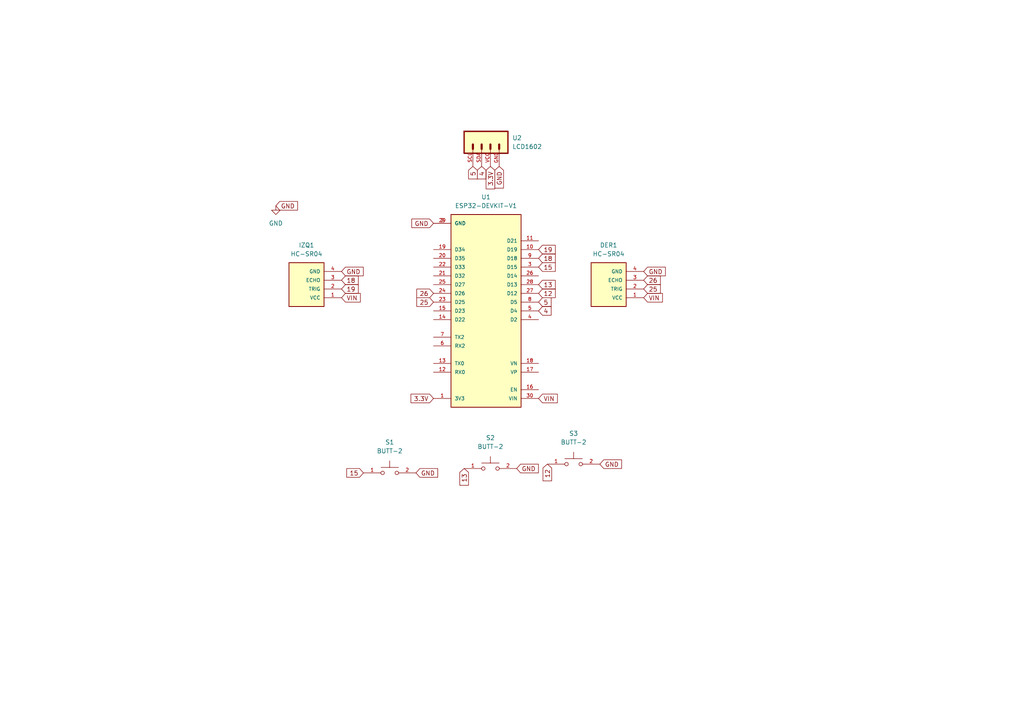
<source format=kicad_sch>
(kicad_sch (version 20230121) (generator eeschema)
  (paper "A4")
  (lib_symbols
    (symbol "BUTT-2:BUTT-2" (pin_names (offset 1.016))
      (property "Reference" "S" (at -5.08 3.81 0))
      (property "Value" "BUTT-2" (at -5.08 -3.81 0))
      (symbol "BUTT-2_0_0"
        (circle (center -2.0638 0) (radius 0.508) (stroke (width 0.1524)))
        (polyline (pts (xy -2.54 1.5875) (xy 0 1.5875)) (stroke (width 0.1524)))
        (polyline (pts (xy 0 1.5875) (xy 0 3.4925)) (stroke (width 0.1524)))
        (polyline (pts (xy 0 1.5875) (xy 2.54 1.5875)) (stroke (width 0.1524)))
        (circle (center 2.0638 0) (radius 0.508) (stroke (width 0.1524)))
        (pin passive line (at -7.62 0 0) (length 5.08) (name "~") (number "1"))
        (pin passive line (at 7.62 0 180) (length 5.08) (name "~") (number "2"))
      )
    )
    (symbol "ESP32-DEVKIT-V1:ESP32-DEVKIT-V1" (pin_names (offset 1.016))
      (property "Reference" "U" (at -10.16 30.48 0))
      (property "Value" "ESP32-DEVKIT-V1" (at -10.16 -30.48 0))
      (symbol "ESP32-DEVKIT-V1_0_0"
        (rectangle (start -10.16 -27.94) (end 10.16 27.94) (stroke (width 0.254)) (fill (type background)))
        (pin output line (at 15.24 25.4 180) (length 5.08) (name "3V3") (number "1"))
        (pin bidirectional line (at -15.24 -17.78 0) (length 5.08) (name "D19") (number "10"))
        (pin bidirectional line (at -15.24 -20.32 0) (length 5.08) (name "D21") (number "11"))
        (pin input line (at 15.24 17.78 180) (length 5.08) (name "RX0") (number "12"))
        (pin output line (at 15.24 15.24 180) (length 5.08) (name "TX0") (number "13"))
        (pin bidirectional line (at 15.24 2.54 180) (length 5.08) (name "D22") (number "14"))
        (pin bidirectional line (at 15.24 0 180) (length 5.08) (name "D23") (number "15"))
        (pin input line (at -15.24 22.86 0) (length 5.08) (name "EN") (number "16"))
        (pin bidirectional line (at -15.24 17.78 0) (length 5.08) (name "VP") (number "17"))
        (pin bidirectional line (at -15.24 15.24 0) (length 5.08) (name "VN") (number "18"))
        (pin bidirectional line (at 15.24 -17.78 180) (length 5.08) (name "D34") (number "19"))
        (pin power_in line (at 15.24 -25.4 180) (length 5.08) (name "GND") (number "2"))
        (pin bidirectional line (at 15.24 -15.24 180) (length 5.08) (name "D35") (number "20"))
        (pin bidirectional line (at 15.24 -10.16 180) (length 5.08) (name "D32") (number "21"))
        (pin bidirectional line (at 15.24 -12.7 180) (length 5.08) (name "D33") (number "22"))
        (pin bidirectional line (at 15.24 -2.54 180) (length 5.08) (name "D25") (number "23"))
        (pin bidirectional line (at 15.24 -5.08 180) (length 5.08) (name "D26") (number "24"))
        (pin bidirectional line (at 15.24 -7.62 180) (length 5.08) (name "D27") (number "25"))
        (pin bidirectional line (at -15.24 -10.16 0) (length 5.08) (name "D14") (number "26"))
        (pin bidirectional line (at -15.24 -5.08 0) (length 5.08) (name "D12") (number "27"))
        (pin bidirectional line (at -15.24 -7.62 0) (length 5.08) (name "D13") (number "28"))
        (pin power_in line (at 15.24 -25.4 180) (length 5.08) (name "GND") (number "29"))
        (pin bidirectional line (at -15.24 -12.7 0) (length 5.08) (name "D15") (number "3"))
        (pin input line (at -15.24 25.4 0) (length 5.08) (name "VIN") (number "30"))
        (pin bidirectional line (at -15.24 2.54 0) (length 5.08) (name "D2") (number "4"))
        (pin bidirectional line (at -15.24 0 0) (length 5.08) (name "D4") (number "5"))
        (pin input line (at 15.24 10.16 180) (length 5.08) (name "RX2") (number "6"))
        (pin output line (at 15.24 7.62 180) (length 5.08) (name "TX2") (number "7"))
        (pin bidirectional line (at -15.24 -2.54 0) (length 5.08) (name "D5") (number "8"))
        (pin bidirectional line (at -15.24 -15.24 0) (length 5.08) (name "D18") (number "9"))
      )
    )
    (symbol "HC-SR04:HC-SR04" (pin_names (offset 1.016))
      (property "Reference" "U" (at 0 5.0813 0))
      (property "Value" "HC-SR04" (at 0 -10.163 0))
      (symbol "HC-SR04_0_0"
        (rectangle (start 0 -7.62) (end 10.16 5.08) (stroke (width 0.254)) (fill (type background)))
        (pin power_in line (at -5.08 2.54 0) (length 5.08) (name "VCC") (number "1"))
        (pin bidirectional line (at -5.08 0 0) (length 5.08) (name "TRIG") (number "2"))
        (pin bidirectional line (at -5.08 -2.54 0) (length 5.08) (name "ECHO") (number "3"))
        (pin power_in line (at -5.08 -5.08 0) (length 5.08) (name "GND") (number "4"))
      )
    )
    (symbol "LCD1602:LCD1602" (pin_names (offset 1.016))
      (property "Reference" "U" (at -5.08 8.128 0))
      (property "Value" "LCD1602" (at -5.08 -7.366 0))
      (symbol "LCD1602_0_0"
        (rectangle (start -5.08 -5.08) (end 1.27 7.62) (stroke (width 0.4064)) (fill (type background)))
        (polyline (pts (xy -1.27 -2.54) (xy 0 -2.54)) (stroke (width 0.6096)))
        (polyline (pts (xy -1.27 0) (xy 0 0)) (stroke (width 0.6096)))
        (polyline (pts (xy -1.27 2.54) (xy 0 2.54)) (stroke (width 0.6096)))
        (polyline (pts (xy -1.27 5.08) (xy 0 5.08)) (stroke (width 0.6096)))
        (pin power_in line (at 5.08 5.08 180) (length 5.08) (name "~") (number "GND"))
        (pin bidirectional line (at 5.08 -2.54 180) (length 5.08) (name "~") (number "SCL"))
        (pin bidirectional line (at 5.08 0 180) (length 5.08) (name "~") (number "SDA"))
        (pin power_in line (at 5.08 2.54 180) (length 5.08) (name "~") (number "VCC"))
      )
    )
    (symbol "power:GND" (power) (pin_names (offset 0))
      (property "Value" "GND" (at 0 -3.81 0))
      (symbol "GND_0_1"
        (polyline (pts (xy 0 0) (xy 0 -1.27) (xy 1.27 -1.27) (xy 0 -2.54) (xy -1.27 -1.27) (xy 0 -1.27)))
      )
      (symbol "GND_1_1"
        (pin power_in line (at 0 0 270) (length 0) hide (name "GND") (number "1"))
      )
    )
  )
  (global_label "GND" (shape input) (at 80.01 59.69 0) (property "Intersheetrefs" "${INTERSHEET_REFS}" (effects hide)))
  (global_label "5" (shape input) (at 156.21 87.63 0) (property "Intersheetrefs" "${INTERSHEET_REFS}" (effects hide)))
  (global_label "26" (shape input) (at 186.69 81.28 0) (property "Intersheetrefs" "${INTERSHEET_REFS}" (effects hide)))
  (global_label "3.3V" (shape input) (at 142.24 48.26 270) (property "Intersheetrefs" "${INTERSHEET_REFS}" (effects hide)))
  (global_label "19" (shape input) (at 156.21 72.39 0) (property "Intersheetrefs" "${INTERSHEET_REFS}" (effects hide)))
  (global_label "GND" (shape input) (at 144.78 48.26 270) (property "Intersheetrefs" "${INTERSHEET_REFS}" (effects hide)))
  (global_label "GND" (shape input) (at 125.73 64.77 180) (property "Intersheetrefs" "${INTERSHEET_REFS}" (effects hide)))
  (global_label "VIN" (shape input) (at 99.06 86.36 0) (property "Intersheetrefs" "${INTERSHEET_REFS}" (effects hide)))
  (global_label "25" (shape input) (at 186.69 83.82 0) (property "Intersheetrefs" "${INTERSHEET_REFS}" (effects hide)))
  (global_label "5" (shape input) (at 137.16 48.26 270) (property "Intersheetrefs" "${INTERSHEET_REFS}" (effects hide)))
  (global_label "GND" (shape input) (at 149.86 135.89 0) (property "Intersheetrefs" "${INTERSHEET_REFS}" (effects hide)))
  (global_label "GND" (shape input) (at 120.65 137.16 0) (property "Intersheetrefs" "${INTERSHEET_REFS}" (effects hide)))
  (global_label "VIN" (shape input) (at 186.69 86.36 0) (property "Intersheetrefs" "${INTERSHEET_REFS}" (effects hide)))
  (global_label "12" (shape input) (at 158.75 134.62 270) (property "Intersheetrefs" "${INTERSHEET_REFS}" (effects hide)))
  (global_label "12" (shape input) (at 156.21 85.09 0) (property "Intersheetrefs" "${INTERSHEET_REFS}" (effects hide)))
  (global_label "26" (shape input) (at 125.73 85.09 180) (property "Intersheetrefs" "${INTERSHEET_REFS}" (effects hide)))
  (global_label "GND" (shape input) (at 173.99 134.62 0) (property "Intersheetrefs" "${INTERSHEET_REFS}" (effects hide)))
  (global_label "GND" (shape input) (at 186.69 78.74 0) (property "Intersheetrefs" "${INTERSHEET_REFS}" (effects hide)))
  (global_label "4" (shape input) (at 156.21 90.17 0) (property "Intersheetrefs" "${INTERSHEET_REFS}" (effects hide)))
  (global_label "13" (shape input) (at 134.62 135.89 270) (property "Intersheetrefs" "${INTERSHEET_REFS}" (effects hide)))
  (global_label "18" (shape input) (at 156.21 74.93 0) (property "Intersheetrefs" "${INTERSHEET_REFS}" (effects hide)))
  (global_label "VIN" (shape input) (at 156.21 115.57 0) (property "Intersheetrefs" "${INTERSHEET_REFS}" (effects hide)))
  (global_label "GND" (shape input) (at 99.06 78.74 0) (property "Intersheetrefs" "${INTERSHEET_REFS}" (effects hide)))
  (global_label "19" (shape input) (at 99.06 83.82 0) (property "Intersheetrefs" "${INTERSHEET_REFS}" (effects hide)))
  (global_label "18" (shape input) (at 99.06 81.28 0) (property "Intersheetrefs" "${INTERSHEET_REFS}" (effects hide)))
  (global_label "15" (shape input) (at 105.41 137.16 180) (property "Intersheetrefs" "${INTERSHEET_REFS}" (effects hide)))
  (global_label "13" (shape input) (at 156.21 82.55 0) (property "Intersheetrefs" "${INTERSHEET_REFS}" (effects hide)))
  (global_label "4" (shape input) (at 139.7 48.26 270) (property "Intersheetrefs" "${INTERSHEET_REFS}" (effects hide)))
  (global_label "3.3V" (shape input) (at 125.73 115.57 180) (property "Intersheetrefs" "${INTERSHEET_REFS}" (effects hide)))
  (global_label "25" (shape input) (at 125.73 87.63 180) (property "Intersheetrefs" "${INTERSHEET_REFS}" (effects hide)))
  (global_label "15" (shape input) (at 156.21 77.47 0) (property "Intersheetrefs" "${INTERSHEET_REFS}" (effects hide)))
  (symbol (lib_id "ESP32-DEVKIT-V1:ESP32-DEVKIT-V1") (at 140.97 90.17 180) (unit 1)
    (property "Reference" "U1" (at 140.97 57.15 0))
    (property "Value" "ESP32-DEVKIT-V1" (at 140.97 59.69 0))
    (property "Footprint" "ESP32-DEVKIT-V1:MODULE_ESP32_DEVKIT_V1" (effects hide))
    (property "MF" "Do it" (effects hide))
    (property "MAXIMUM_PACKAGE_HEIGHT" "6.8 mm" (effects hide))
    (property "Package" "None" (effects hide))
    (property "Price" "None" (effects hide))
    (property "Check_prices" "https://www.snapeda.com/parts/ESP32-DEVKIT-V1/Do+it/view-part/?ref=eda" (effects hide))
    (property "STANDARD" "Manufacturer Recommendations" (effects hide))
    (property "PARTREV" "N/A" (effects hide))
    (property "SnapEDA_Link" "https://www.snapeda.com/parts/ESP32-DEVKIT-V1/Do+it/view-part/?ref=snap" (effects hide))
    (property "MP" "ESP32-DEVKIT-V1" (effects hide))
    (property "Description" "\nDual core, Wi-Fi: 2.4 GHz up to 150 Mbits/s,BLE (Bluetooth Low Energy) and legacy Bluetooth, 32 bits, Up to 240 MHz\n" (effects hide))
    (property "Availability" "Not in stock" (effects hide))
    (property "MANUFACTURER" "DOIT" (effects hide))
  )
  (symbol (lib_id "HC-SR04:HC-SR04") (at 181.61 83.82 180) (unit 1)
    (property "Reference" "DER1" (at 176.53 71.12 0))
    (property "Value" "HC-SR04" (at 176.53 73.66 0))
    (property "Footprint" "HC-SR04:XCVR_HC-SR04" (effects hide))
    (property "MF" "OSEPP Electronics" (effects hide))
    (property "Description" "\nUltrasonic Sensor Module,Rectangular,20-4000 mm,5 V,15 mA,Arduino Compatible | OSEPP HC-SR04\n" (effects hide))
    (property "Package" "None" (effects hide))
    (property "Price" "None" (effects hide))
    (property "Check_prices" "https://www.snapeda.com/parts/HC-SR04/Applied+Avionics/view-part/?ref=eda" (effects hide))
    (property "SnapEDA_Link" "https://www.snapeda.com/parts/HC-SR04/Applied+Avionics/view-part/?ref=snap" (effects hide))
    (property "MP" "HC-SR04" (effects hide))
    (property "Purchase-URL" "https://www.snapeda.com/api/url_track_click_mouser/?unipart_id=4550913&manufacturer=OSEPP Electronics&part_name=HC-SR04&search_term=hcsr04" (effects hide))
    (property "Availability" "In Stock" (effects hide))
    (property "MANUFACTURER" "Osepp" (effects hide))
  )
  (symbol (lib_id "BUTT-2:BUTT-2") (at 113.03 137.16 0) (unit 1)
    (property "Reference" "S1" (at 113.03 128.27 0))
    (property "Value" "BUTT-2" (at 113.03 130.81 0))
    (property "Footprint" "BUTT-2:SW_BUTT-2" (effects hide))
    (property "MF" "Gravitech" (effects hide))
    (property "MAXIMUM_PACKAGE_HEIGHT" "9.5 mm" (effects hide))
    (property "Package" "None" (effects hide))
    (property "Price" "None" (effects hide))
    (property "Check_prices" "https://www.snapeda.com/parts/BUTT-2/Gravitech/view-part/?ref=eda" (effects hide))
    (property "STANDARD" "Manufactrer Recommendations" (effects hide))
    (property "PARTREV" "N/A" (effects hide))
    (property "SnapEDA_Link" "https://www.snapeda.com/parts/BUTT-2/Gravitech/view-part/?ref=snap" (effects hide))
    (property "MP" "BUTT-2" (effects hide))
    (property "Description" "\nTactile Switches MINI PUSH BUTTON SWITCH 2-PIN QTY. 4\n" (effects hide))
    (property "Availability" "Not in stock" (effects hide))
    (property "MANUFACTURER" "Gravitech" (effects hide))
  )
  (symbol (lib_id "LCD1602:LCD1602") (at 139.7 43.18 270) (unit 1)
    (property "Reference" "U2" (at 148.59 40.005 90) (effects (justify left)))
    (property "Value" "LCD1602" (at 148.59 42.545 90) (effects (justify left)))
    (property "Footprint" "LCD1602:LCD1602-PORT" (effects hide))
    (property "MF" "kamami" (effects hide))
    (property "Description" "\nBLUE LCD 1602 2x16 Character Mat\n" (effects hide))
    (property "Package" "None" (effects hide))
    (property "Price" "None" (effects hide))
    (property "SnapEDA_Link" "https://www.snapeda.com/parts/LCD1602/Kaga/view-part/?ref=snap" (effects hide))
    (property "MP" "LCD1602" (effects hide))
    (property "Availability" "Not in stock" (effects hide))
    (property "Check_prices" "https://www.snapeda.com/parts/LCD1602/Kaga/view-part/?ref=eda" (effects hide))
  )
  (symbol (lib_id "HC-SR04:HC-SR04") (at 93.98 83.82 180) (unit 1)
    (property "Reference" "IZQ1" (at 88.9 71.12 0))
    (property "Value" "HC-SR04" (at 88.9 73.66 0))
    (property "Footprint" "HC-SR04:XCVR_HC-SR04" (effects hide))
    (property "MF" "OSEPP Electronics" (effects hide))
    (property "Description" "\nUltrasonic Sensor Module,Rectangular,20-4000 mm,5 V,15 mA,Arduino Compatible | OSEPP HC-SR04\n" (effects hide))
    (property "Package" "None" (effects hide))
    (property "Price" "None" (effects hide))
    (property "Check_prices" "https://www.snapeda.com/parts/HC-SR04/Applied+Avionics/view-part/?ref=eda" (effects hide))
    (property "SnapEDA_Link" "https://www.snapeda.com/parts/HC-SR04/Applied+Avionics/view-part/?ref=snap" (effects hide))
    (property "MP" "HC-SR04" (effects hide))
    (property "Purchase-URL" "https://www.snapeda.com/api/url_track_click_mouser/?unipart_id=4550913&manufacturer=OSEPP Electronics&part_name=HC-SR04&search_term=hcsr04" (effects hide))
    (property "Availability" "In Stock" (effects hide))
    (property "MANUFACTURER" "Osepp" (effects hide))
  )
  (symbol (lib_id "power:GND") (at 80.01 59.69 0) (unit 1)
    (property "Reference" "#PWR01" (effects hide))
    (property "Value" "GND" (at 80.01 64.77 0))
  )
  (symbol (lib_id "BUTT-2:BUTT-2") (at 166.37 134.62 0) (unit 1)
    (property "Reference" "S3" (at 166.37 125.73 0))
    (property "Value" "BUTT-2" (at 166.37 128.27 0))
    (property "Footprint" "BUTT-2:SW_BUTT-2" (effects hide))
    (property "MF" "Gravitech" (effects hide))
    (property "MAXIMUM_PACKAGE_HEIGHT" "9.5 mm" (effects hide))
    (property "Package" "None" (effects hide))
    (property "Price" "None" (effects hide))
    (property "Check_prices" "https://www.snapeda.com/parts/BUTT-2/Gravitech/view-part/?ref=eda" (effects hide))
    (property "STANDARD" "Manufactrer Recommendations" (effects hide))
    (property "PARTREV" "N/A" (effects hide))
    (property "SnapEDA_Link" "https://www.snapeda.com/parts/BUTT-2/Gravitech/view-part/?ref=snap" (effects hide))
    (property "MP" "BUTT-2" (effects hide))
    (property "Description" "\nTactile Switches MINI PUSH BUTTON SWITCH 2-PIN QTY. 4\n" (effects hide))
    (property "Availability" "Not in stock" (effects hide))
    (property "MANUFACTURER" "Gravitech" (effects hide))
  )
  (symbol (lib_id "BUTT-2:BUTT-2") (at 142.24 135.89 0) (unit 1)
    (property "Reference" "S2" (at 142.24 127 0))
    (property "Value" "BUTT-2" (at 142.24 129.54 0))
    (property "Footprint" "BUTT-2:SW_BUTT-2" (effects hide))
    (property "MF" "Gravitech" (effects hide))
    (property "MAXIMUM_PACKAGE_HEIGHT" "9.5 mm" (effects hide))
    (property "Package" "None" (effects hide))
    (property "Price" "None" (effects hide))
    (property "Check_prices" "https://www.snapeda.com/parts/BUTT-2/Gravitech/view-part/?ref=eda" (effects hide))
    (property "STANDARD" "Manufactrer Recommendations" (effects hide))
    (property "PARTREV" "N/A" (effects hide))
    (property "SnapEDA_Link" "https://www.snapeda.com/parts/BUTT-2/Gravitech/view-part/?ref=snap" (effects hide))
    (property "MP" "BUTT-2" (effects hide))
    (property "Description" "\nTactile Switches MINI PUSH BUTTON SWITCH 2-PIN QTY. 4\n" (effects hide))
    (property "Availability" "Not in stock" (effects hide))
    (property "MANUFACTURER" "Gravitech" (effects hide))
  )
)
</source>
